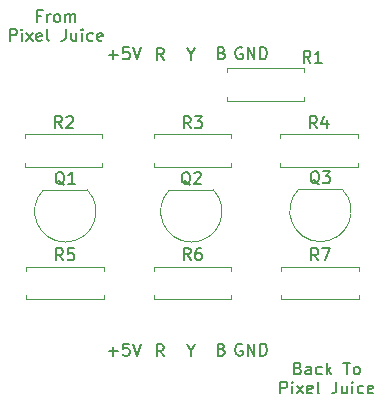
<source format=gbr>
%TF.GenerationSoftware,KiCad,Pcbnew,(6.0.5-0)*%
%TF.CreationDate,2023-04-14T18:12:18+02:00*%
%TF.ProjectId,PixelJuice_TransistorStage,50697865-6c4a-4756-9963-655f5472616e,rev?*%
%TF.SameCoordinates,Original*%
%TF.FileFunction,Legend,Top*%
%TF.FilePolarity,Positive*%
%FSLAX46Y46*%
G04 Gerber Fmt 4.6, Leading zero omitted, Abs format (unit mm)*
G04 Created by KiCad (PCBNEW (6.0.5-0)) date 2023-04-14 18:12:18*
%MOMM*%
%LPD*%
G01*
G04 APERTURE LIST*
%ADD10C,0.150000*%
%ADD11C,0.120000*%
G04 APERTURE END LIST*
D10*
X144959523Y-102202380D02*
X144626190Y-101726190D01*
X144388095Y-102202380D02*
X144388095Y-101202380D01*
X144769047Y-101202380D01*
X144864285Y-101250000D01*
X144911904Y-101297619D01*
X144959523Y-101392857D01*
X144959523Y-101535714D01*
X144911904Y-101630952D01*
X144864285Y-101678571D01*
X144769047Y-101726190D01*
X144388095Y-101726190D01*
X144959523Y-77102380D02*
X144626190Y-76626190D01*
X144388095Y-77102380D02*
X144388095Y-76102380D01*
X144769047Y-76102380D01*
X144864285Y-76150000D01*
X144911904Y-76197619D01*
X144959523Y-76292857D01*
X144959523Y-76435714D01*
X144911904Y-76530952D01*
X144864285Y-76578571D01*
X144769047Y-76626190D01*
X144388095Y-76626190D01*
X151588095Y-101200000D02*
X151492857Y-101152380D01*
X151350000Y-101152380D01*
X151207142Y-101200000D01*
X151111904Y-101295238D01*
X151064285Y-101390476D01*
X151016666Y-101580952D01*
X151016666Y-101723809D01*
X151064285Y-101914285D01*
X151111904Y-102009523D01*
X151207142Y-102104761D01*
X151350000Y-102152380D01*
X151445238Y-102152380D01*
X151588095Y-102104761D01*
X151635714Y-102057142D01*
X151635714Y-101723809D01*
X151445238Y-101723809D01*
X152064285Y-102152380D02*
X152064285Y-101152380D01*
X152635714Y-102152380D01*
X152635714Y-101152380D01*
X153111904Y-102152380D02*
X153111904Y-101152380D01*
X153350000Y-101152380D01*
X153492857Y-101200000D01*
X153588095Y-101295238D01*
X153635714Y-101390476D01*
X153683333Y-101580952D01*
X153683333Y-101723809D01*
X153635714Y-101914285D01*
X153588095Y-102009523D01*
X153492857Y-102104761D01*
X153350000Y-102152380D01*
X153111904Y-102152380D01*
X147250000Y-101726190D02*
X147250000Y-102202380D01*
X146916666Y-101202380D02*
X147250000Y-101726190D01*
X147583333Y-101202380D01*
X147250000Y-76626190D02*
X147250000Y-77102380D01*
X146916666Y-76102380D02*
X147250000Y-76626190D01*
X147583333Y-76102380D01*
X149871428Y-101628571D02*
X150014285Y-101676190D01*
X150061904Y-101723809D01*
X150109523Y-101819047D01*
X150109523Y-101961904D01*
X150061904Y-102057142D01*
X150014285Y-102104761D01*
X149919047Y-102152380D01*
X149538095Y-102152380D01*
X149538095Y-101152380D01*
X149871428Y-101152380D01*
X149966666Y-101200000D01*
X150014285Y-101247619D01*
X150061904Y-101342857D01*
X150061904Y-101438095D01*
X150014285Y-101533333D01*
X149966666Y-101580952D01*
X149871428Y-101628571D01*
X149538095Y-101628571D01*
X140314285Y-101771428D02*
X141076190Y-101771428D01*
X140695238Y-102152380D02*
X140695238Y-101390476D01*
X142028571Y-101152380D02*
X141552380Y-101152380D01*
X141504761Y-101628571D01*
X141552380Y-101580952D01*
X141647619Y-101533333D01*
X141885714Y-101533333D01*
X141980952Y-101580952D01*
X142028571Y-101628571D01*
X142076190Y-101723809D01*
X142076190Y-101961904D01*
X142028571Y-102057142D01*
X141980952Y-102104761D01*
X141885714Y-102152380D01*
X141647619Y-102152380D01*
X141552380Y-102104761D01*
X141504761Y-102057142D01*
X142361904Y-101152380D02*
X142695238Y-102152380D01*
X143028571Y-101152380D01*
X156321428Y-103223571D02*
X156464285Y-103271190D01*
X156511904Y-103318809D01*
X156559523Y-103414047D01*
X156559523Y-103556904D01*
X156511904Y-103652142D01*
X156464285Y-103699761D01*
X156369047Y-103747380D01*
X155988095Y-103747380D01*
X155988095Y-102747380D01*
X156321428Y-102747380D01*
X156416666Y-102795000D01*
X156464285Y-102842619D01*
X156511904Y-102937857D01*
X156511904Y-103033095D01*
X156464285Y-103128333D01*
X156416666Y-103175952D01*
X156321428Y-103223571D01*
X155988095Y-103223571D01*
X157416666Y-103747380D02*
X157416666Y-103223571D01*
X157369047Y-103128333D01*
X157273809Y-103080714D01*
X157083333Y-103080714D01*
X156988095Y-103128333D01*
X157416666Y-103699761D02*
X157321428Y-103747380D01*
X157083333Y-103747380D01*
X156988095Y-103699761D01*
X156940476Y-103604523D01*
X156940476Y-103509285D01*
X156988095Y-103414047D01*
X157083333Y-103366428D01*
X157321428Y-103366428D01*
X157416666Y-103318809D01*
X158321428Y-103699761D02*
X158226190Y-103747380D01*
X158035714Y-103747380D01*
X157940476Y-103699761D01*
X157892857Y-103652142D01*
X157845238Y-103556904D01*
X157845238Y-103271190D01*
X157892857Y-103175952D01*
X157940476Y-103128333D01*
X158035714Y-103080714D01*
X158226190Y-103080714D01*
X158321428Y-103128333D01*
X158750000Y-103747380D02*
X158750000Y-102747380D01*
X158845238Y-103366428D02*
X159130952Y-103747380D01*
X159130952Y-103080714D02*
X158750000Y-103461666D01*
X160178571Y-102747380D02*
X160750000Y-102747380D01*
X160464285Y-103747380D02*
X160464285Y-102747380D01*
X161226190Y-103747380D02*
X161130952Y-103699761D01*
X161083333Y-103652142D01*
X161035714Y-103556904D01*
X161035714Y-103271190D01*
X161083333Y-103175952D01*
X161130952Y-103128333D01*
X161226190Y-103080714D01*
X161369047Y-103080714D01*
X161464285Y-103128333D01*
X161511904Y-103175952D01*
X161559523Y-103271190D01*
X161559523Y-103556904D01*
X161511904Y-103652142D01*
X161464285Y-103699761D01*
X161369047Y-103747380D01*
X161226190Y-103747380D01*
X154845238Y-105357380D02*
X154845238Y-104357380D01*
X155226190Y-104357380D01*
X155321428Y-104405000D01*
X155369047Y-104452619D01*
X155416666Y-104547857D01*
X155416666Y-104690714D01*
X155369047Y-104785952D01*
X155321428Y-104833571D01*
X155226190Y-104881190D01*
X154845238Y-104881190D01*
X155845238Y-105357380D02*
X155845238Y-104690714D01*
X155845238Y-104357380D02*
X155797619Y-104405000D01*
X155845238Y-104452619D01*
X155892857Y-104405000D01*
X155845238Y-104357380D01*
X155845238Y-104452619D01*
X156226190Y-105357380D02*
X156750000Y-104690714D01*
X156226190Y-104690714D02*
X156750000Y-105357380D01*
X157511904Y-105309761D02*
X157416666Y-105357380D01*
X157226190Y-105357380D01*
X157130952Y-105309761D01*
X157083333Y-105214523D01*
X157083333Y-104833571D01*
X157130952Y-104738333D01*
X157226190Y-104690714D01*
X157416666Y-104690714D01*
X157511904Y-104738333D01*
X157559523Y-104833571D01*
X157559523Y-104928809D01*
X157083333Y-105024047D01*
X158130952Y-105357380D02*
X158035714Y-105309761D01*
X157988095Y-105214523D01*
X157988095Y-104357380D01*
X159559523Y-104357380D02*
X159559523Y-105071666D01*
X159511904Y-105214523D01*
X159416666Y-105309761D01*
X159273809Y-105357380D01*
X159178571Y-105357380D01*
X160464285Y-104690714D02*
X160464285Y-105357380D01*
X160035714Y-104690714D02*
X160035714Y-105214523D01*
X160083333Y-105309761D01*
X160178571Y-105357380D01*
X160321428Y-105357380D01*
X160416666Y-105309761D01*
X160464285Y-105262142D01*
X160940476Y-105357380D02*
X160940476Y-104690714D01*
X160940476Y-104357380D02*
X160892857Y-104405000D01*
X160940476Y-104452619D01*
X160988095Y-104405000D01*
X160940476Y-104357380D01*
X160940476Y-104452619D01*
X161845238Y-105309761D02*
X161750000Y-105357380D01*
X161559523Y-105357380D01*
X161464285Y-105309761D01*
X161416666Y-105262142D01*
X161369047Y-105166904D01*
X161369047Y-104881190D01*
X161416666Y-104785952D01*
X161464285Y-104738333D01*
X161559523Y-104690714D01*
X161750000Y-104690714D01*
X161845238Y-104738333D01*
X162654761Y-105309761D02*
X162559523Y-105357380D01*
X162369047Y-105357380D01*
X162273809Y-105309761D01*
X162226190Y-105214523D01*
X162226190Y-104833571D01*
X162273809Y-104738333D01*
X162369047Y-104690714D01*
X162559523Y-104690714D01*
X162654761Y-104738333D01*
X162702380Y-104833571D01*
X162702380Y-104928809D01*
X162226190Y-105024047D01*
X134564285Y-73373571D02*
X134230952Y-73373571D01*
X134230952Y-73897380D02*
X134230952Y-72897380D01*
X134707142Y-72897380D01*
X135088095Y-73897380D02*
X135088095Y-73230714D01*
X135088095Y-73421190D02*
X135135714Y-73325952D01*
X135183333Y-73278333D01*
X135278571Y-73230714D01*
X135373809Y-73230714D01*
X135850000Y-73897380D02*
X135754761Y-73849761D01*
X135707142Y-73802142D01*
X135659523Y-73706904D01*
X135659523Y-73421190D01*
X135707142Y-73325952D01*
X135754761Y-73278333D01*
X135850000Y-73230714D01*
X135992857Y-73230714D01*
X136088095Y-73278333D01*
X136135714Y-73325952D01*
X136183333Y-73421190D01*
X136183333Y-73706904D01*
X136135714Y-73802142D01*
X136088095Y-73849761D01*
X135992857Y-73897380D01*
X135850000Y-73897380D01*
X136611904Y-73897380D02*
X136611904Y-73230714D01*
X136611904Y-73325952D02*
X136659523Y-73278333D01*
X136754761Y-73230714D01*
X136897619Y-73230714D01*
X136992857Y-73278333D01*
X137040476Y-73373571D01*
X137040476Y-73897380D01*
X137040476Y-73373571D02*
X137088095Y-73278333D01*
X137183333Y-73230714D01*
X137326190Y-73230714D01*
X137421428Y-73278333D01*
X137469047Y-73373571D01*
X137469047Y-73897380D01*
X131945238Y-75507380D02*
X131945238Y-74507380D01*
X132326190Y-74507380D01*
X132421428Y-74555000D01*
X132469047Y-74602619D01*
X132516666Y-74697857D01*
X132516666Y-74840714D01*
X132469047Y-74935952D01*
X132421428Y-74983571D01*
X132326190Y-75031190D01*
X131945238Y-75031190D01*
X132945238Y-75507380D02*
X132945238Y-74840714D01*
X132945238Y-74507380D02*
X132897619Y-74555000D01*
X132945238Y-74602619D01*
X132992857Y-74555000D01*
X132945238Y-74507380D01*
X132945238Y-74602619D01*
X133326190Y-75507380D02*
X133850000Y-74840714D01*
X133326190Y-74840714D02*
X133850000Y-75507380D01*
X134611904Y-75459761D02*
X134516666Y-75507380D01*
X134326190Y-75507380D01*
X134230952Y-75459761D01*
X134183333Y-75364523D01*
X134183333Y-74983571D01*
X134230952Y-74888333D01*
X134326190Y-74840714D01*
X134516666Y-74840714D01*
X134611904Y-74888333D01*
X134659523Y-74983571D01*
X134659523Y-75078809D01*
X134183333Y-75174047D01*
X135230952Y-75507380D02*
X135135714Y-75459761D01*
X135088095Y-75364523D01*
X135088095Y-74507380D01*
X136659523Y-74507380D02*
X136659523Y-75221666D01*
X136611904Y-75364523D01*
X136516666Y-75459761D01*
X136373809Y-75507380D01*
X136278571Y-75507380D01*
X137564285Y-74840714D02*
X137564285Y-75507380D01*
X137135714Y-74840714D02*
X137135714Y-75364523D01*
X137183333Y-75459761D01*
X137278571Y-75507380D01*
X137421428Y-75507380D01*
X137516666Y-75459761D01*
X137564285Y-75412142D01*
X138040476Y-75507380D02*
X138040476Y-74840714D01*
X138040476Y-74507380D02*
X137992857Y-74555000D01*
X138040476Y-74602619D01*
X138088095Y-74555000D01*
X138040476Y-74507380D01*
X138040476Y-74602619D01*
X138945238Y-75459761D02*
X138850000Y-75507380D01*
X138659523Y-75507380D01*
X138564285Y-75459761D01*
X138516666Y-75412142D01*
X138469047Y-75316904D01*
X138469047Y-75031190D01*
X138516666Y-74935952D01*
X138564285Y-74888333D01*
X138659523Y-74840714D01*
X138850000Y-74840714D01*
X138945238Y-74888333D01*
X139754761Y-75459761D02*
X139659523Y-75507380D01*
X139469047Y-75507380D01*
X139373809Y-75459761D01*
X139326190Y-75364523D01*
X139326190Y-74983571D01*
X139373809Y-74888333D01*
X139469047Y-74840714D01*
X139659523Y-74840714D01*
X139754761Y-74888333D01*
X139802380Y-74983571D01*
X139802380Y-75078809D01*
X139326190Y-75174047D01*
X151588095Y-76100000D02*
X151492857Y-76052380D01*
X151350000Y-76052380D01*
X151207142Y-76100000D01*
X151111904Y-76195238D01*
X151064285Y-76290476D01*
X151016666Y-76480952D01*
X151016666Y-76623809D01*
X151064285Y-76814285D01*
X151111904Y-76909523D01*
X151207142Y-77004761D01*
X151350000Y-77052380D01*
X151445238Y-77052380D01*
X151588095Y-77004761D01*
X151635714Y-76957142D01*
X151635714Y-76623809D01*
X151445238Y-76623809D01*
X152064285Y-77052380D02*
X152064285Y-76052380D01*
X152635714Y-77052380D01*
X152635714Y-76052380D01*
X153111904Y-77052380D02*
X153111904Y-76052380D01*
X153350000Y-76052380D01*
X153492857Y-76100000D01*
X153588095Y-76195238D01*
X153635714Y-76290476D01*
X153683333Y-76480952D01*
X153683333Y-76623809D01*
X153635714Y-76814285D01*
X153588095Y-76909523D01*
X153492857Y-77004761D01*
X153350000Y-77052380D01*
X153111904Y-77052380D01*
X140314285Y-76671428D02*
X141076190Y-76671428D01*
X140695238Y-77052380D02*
X140695238Y-76290476D01*
X142028571Y-76052380D02*
X141552380Y-76052380D01*
X141504761Y-76528571D01*
X141552380Y-76480952D01*
X141647619Y-76433333D01*
X141885714Y-76433333D01*
X141980952Y-76480952D01*
X142028571Y-76528571D01*
X142076190Y-76623809D01*
X142076190Y-76861904D01*
X142028571Y-76957142D01*
X141980952Y-77004761D01*
X141885714Y-77052380D01*
X141647619Y-77052380D01*
X141552380Y-77004761D01*
X141504761Y-76957142D01*
X142361904Y-76052380D02*
X142695238Y-77052380D01*
X143028571Y-76052380D01*
X149871428Y-76528571D02*
X150014285Y-76576190D01*
X150061904Y-76623809D01*
X150109523Y-76719047D01*
X150109523Y-76861904D01*
X150061904Y-76957142D01*
X150014285Y-77004761D01*
X149919047Y-77052380D01*
X149538095Y-77052380D01*
X149538095Y-76052380D01*
X149871428Y-76052380D01*
X149966666Y-76100000D01*
X150014285Y-76147619D01*
X150061904Y-76242857D01*
X150061904Y-76338095D01*
X150014285Y-76433333D01*
X149966666Y-76480952D01*
X149871428Y-76528571D01*
X149538095Y-76528571D01*
%TO.C,R5*%
X136433333Y-94082380D02*
X136100000Y-93606190D01*
X135861904Y-94082380D02*
X135861904Y-93082380D01*
X136242857Y-93082380D01*
X136338095Y-93130000D01*
X136385714Y-93177619D01*
X136433333Y-93272857D01*
X136433333Y-93415714D01*
X136385714Y-93510952D01*
X136338095Y-93558571D01*
X136242857Y-93606190D01*
X135861904Y-93606190D01*
X137338095Y-93082380D02*
X136861904Y-93082380D01*
X136814285Y-93558571D01*
X136861904Y-93510952D01*
X136957142Y-93463333D01*
X137195238Y-93463333D01*
X137290476Y-93510952D01*
X137338095Y-93558571D01*
X137385714Y-93653809D01*
X137385714Y-93891904D01*
X137338095Y-93987142D01*
X137290476Y-94034761D01*
X137195238Y-94082380D01*
X136957142Y-94082380D01*
X136861904Y-94034761D01*
X136814285Y-93987142D01*
%TO.C,R7*%
X158033333Y-94082380D02*
X157700000Y-93606190D01*
X157461904Y-94082380D02*
X157461904Y-93082380D01*
X157842857Y-93082380D01*
X157938095Y-93130000D01*
X157985714Y-93177619D01*
X158033333Y-93272857D01*
X158033333Y-93415714D01*
X157985714Y-93510952D01*
X157938095Y-93558571D01*
X157842857Y-93606190D01*
X157461904Y-93606190D01*
X158366666Y-93082380D02*
X159033333Y-93082380D01*
X158604761Y-94082380D01*
%TO.C,R4*%
X157933333Y-82902380D02*
X157600000Y-82426190D01*
X157361904Y-82902380D02*
X157361904Y-81902380D01*
X157742857Y-81902380D01*
X157838095Y-81950000D01*
X157885714Y-81997619D01*
X157933333Y-82092857D01*
X157933333Y-82235714D01*
X157885714Y-82330952D01*
X157838095Y-82378571D01*
X157742857Y-82426190D01*
X157361904Y-82426190D01*
X158790476Y-82235714D02*
X158790476Y-82902380D01*
X158552380Y-81854761D02*
X158314285Y-82569047D01*
X158933333Y-82569047D01*
%TO.C,R3*%
X147233333Y-82902380D02*
X146900000Y-82426190D01*
X146661904Y-82902380D02*
X146661904Y-81902380D01*
X147042857Y-81902380D01*
X147138095Y-81950000D01*
X147185714Y-81997619D01*
X147233333Y-82092857D01*
X147233333Y-82235714D01*
X147185714Y-82330952D01*
X147138095Y-82378571D01*
X147042857Y-82426190D01*
X146661904Y-82426190D01*
X147566666Y-81902380D02*
X148185714Y-81902380D01*
X147852380Y-82283333D01*
X147995238Y-82283333D01*
X148090476Y-82330952D01*
X148138095Y-82378571D01*
X148185714Y-82473809D01*
X148185714Y-82711904D01*
X148138095Y-82807142D01*
X148090476Y-82854761D01*
X147995238Y-82902380D01*
X147709523Y-82902380D01*
X147614285Y-82854761D01*
X147566666Y-82807142D01*
%TO.C,Q2*%
X147204761Y-87697619D02*
X147109523Y-87650000D01*
X147014285Y-87554761D01*
X146871428Y-87411904D01*
X146776190Y-87364285D01*
X146680952Y-87364285D01*
X146728571Y-87602380D02*
X146633333Y-87554761D01*
X146538095Y-87459523D01*
X146490476Y-87269047D01*
X146490476Y-86935714D01*
X146538095Y-86745238D01*
X146633333Y-86650000D01*
X146728571Y-86602380D01*
X146919047Y-86602380D01*
X147014285Y-86650000D01*
X147109523Y-86745238D01*
X147157142Y-86935714D01*
X147157142Y-87269047D01*
X147109523Y-87459523D01*
X147014285Y-87554761D01*
X146919047Y-87602380D01*
X146728571Y-87602380D01*
X147538095Y-86697619D02*
X147585714Y-86650000D01*
X147680952Y-86602380D01*
X147919047Y-86602380D01*
X148014285Y-86650000D01*
X148061904Y-86697619D01*
X148109523Y-86792857D01*
X148109523Y-86888095D01*
X148061904Y-87030952D01*
X147490476Y-87602380D01*
X148109523Y-87602380D01*
%TO.C,R2*%
X136333333Y-82882380D02*
X136000000Y-82406190D01*
X135761904Y-82882380D02*
X135761904Y-81882380D01*
X136142857Y-81882380D01*
X136238095Y-81930000D01*
X136285714Y-81977619D01*
X136333333Y-82072857D01*
X136333333Y-82215714D01*
X136285714Y-82310952D01*
X136238095Y-82358571D01*
X136142857Y-82406190D01*
X135761904Y-82406190D01*
X136714285Y-81977619D02*
X136761904Y-81930000D01*
X136857142Y-81882380D01*
X137095238Y-81882380D01*
X137190476Y-81930000D01*
X137238095Y-81977619D01*
X137285714Y-82072857D01*
X137285714Y-82168095D01*
X137238095Y-82310952D01*
X136666666Y-82882380D01*
X137285714Y-82882380D01*
%TO.C,R6*%
X147233333Y-94052380D02*
X146900000Y-93576190D01*
X146661904Y-94052380D02*
X146661904Y-93052380D01*
X147042857Y-93052380D01*
X147138095Y-93100000D01*
X147185714Y-93147619D01*
X147233333Y-93242857D01*
X147233333Y-93385714D01*
X147185714Y-93480952D01*
X147138095Y-93528571D01*
X147042857Y-93576190D01*
X146661904Y-93576190D01*
X148090476Y-93052380D02*
X147900000Y-93052380D01*
X147804761Y-93100000D01*
X147757142Y-93147619D01*
X147661904Y-93290476D01*
X147614285Y-93480952D01*
X147614285Y-93861904D01*
X147661904Y-93957142D01*
X147709523Y-94004761D01*
X147804761Y-94052380D01*
X147995238Y-94052380D01*
X148090476Y-94004761D01*
X148138095Y-93957142D01*
X148185714Y-93861904D01*
X148185714Y-93623809D01*
X148138095Y-93528571D01*
X148090476Y-93480952D01*
X147995238Y-93433333D01*
X147804761Y-93433333D01*
X147709523Y-93480952D01*
X147661904Y-93528571D01*
X147614285Y-93623809D01*
%TO.C,Q3*%
X158134761Y-87647619D02*
X158039523Y-87600000D01*
X157944285Y-87504761D01*
X157801428Y-87361904D01*
X157706190Y-87314285D01*
X157610952Y-87314285D01*
X157658571Y-87552380D02*
X157563333Y-87504761D01*
X157468095Y-87409523D01*
X157420476Y-87219047D01*
X157420476Y-86885714D01*
X157468095Y-86695238D01*
X157563333Y-86600000D01*
X157658571Y-86552380D01*
X157849047Y-86552380D01*
X157944285Y-86600000D01*
X158039523Y-86695238D01*
X158087142Y-86885714D01*
X158087142Y-87219047D01*
X158039523Y-87409523D01*
X157944285Y-87504761D01*
X157849047Y-87552380D01*
X157658571Y-87552380D01*
X158420476Y-86552380D02*
X159039523Y-86552380D01*
X158706190Y-86933333D01*
X158849047Y-86933333D01*
X158944285Y-86980952D01*
X158991904Y-87028571D01*
X159039523Y-87123809D01*
X159039523Y-87361904D01*
X158991904Y-87457142D01*
X158944285Y-87504761D01*
X158849047Y-87552380D01*
X158563333Y-87552380D01*
X158468095Y-87504761D01*
X158420476Y-87457142D01*
%TO.C,R1*%
X157383333Y-77352380D02*
X157050000Y-76876190D01*
X156811904Y-77352380D02*
X156811904Y-76352380D01*
X157192857Y-76352380D01*
X157288095Y-76400000D01*
X157335714Y-76447619D01*
X157383333Y-76542857D01*
X157383333Y-76685714D01*
X157335714Y-76780952D01*
X157288095Y-76828571D01*
X157192857Y-76876190D01*
X156811904Y-76876190D01*
X158335714Y-77352380D02*
X157764285Y-77352380D01*
X158050000Y-77352380D02*
X158050000Y-76352380D01*
X157954761Y-76495238D01*
X157859523Y-76590476D01*
X157764285Y-76638095D01*
%TO.C,Q1*%
X136534761Y-87697619D02*
X136439523Y-87650000D01*
X136344285Y-87554761D01*
X136201428Y-87411904D01*
X136106190Y-87364285D01*
X136010952Y-87364285D01*
X136058571Y-87602380D02*
X135963333Y-87554761D01*
X135868095Y-87459523D01*
X135820476Y-87269047D01*
X135820476Y-86935714D01*
X135868095Y-86745238D01*
X135963333Y-86650000D01*
X136058571Y-86602380D01*
X136249047Y-86602380D01*
X136344285Y-86650000D01*
X136439523Y-86745238D01*
X136487142Y-86935714D01*
X136487142Y-87269047D01*
X136439523Y-87459523D01*
X136344285Y-87554761D01*
X136249047Y-87602380D01*
X136058571Y-87602380D01*
X137439523Y-87602380D02*
X136868095Y-87602380D01*
X137153809Y-87602380D02*
X137153809Y-86602380D01*
X137058571Y-86745238D01*
X136963333Y-86840476D01*
X136868095Y-86888095D01*
D11*
%TO.C,R5*%
X139870000Y-97370000D02*
X139870000Y-97040000D01*
X139870000Y-94630000D02*
X139870000Y-94960000D01*
X133330000Y-94630000D02*
X139870000Y-94630000D01*
X133330000Y-97040000D02*
X133330000Y-97370000D01*
X133330000Y-97370000D02*
X139870000Y-97370000D01*
X133330000Y-94960000D02*
X133330000Y-94630000D01*
%TO.C,R7*%
X154930000Y-94630000D02*
X161470000Y-94630000D01*
X154930000Y-97370000D02*
X161470000Y-97370000D01*
X161470000Y-94630000D02*
X161470000Y-94960000D01*
X154930000Y-94960000D02*
X154930000Y-94630000D01*
X154930000Y-97040000D02*
X154930000Y-97370000D01*
X161470000Y-97370000D02*
X161470000Y-97040000D01*
%TO.C,R4*%
X154830000Y-83430000D02*
X154830000Y-83760000D01*
X161370000Y-83760000D02*
X161370000Y-83430000D01*
X161370000Y-83430000D02*
X154830000Y-83430000D01*
X161370000Y-86170000D02*
X154830000Y-86170000D01*
X161370000Y-85840000D02*
X161370000Y-86170000D01*
X154830000Y-86170000D02*
X154830000Y-85840000D01*
%TO.C,R3*%
X150670000Y-83760000D02*
X150670000Y-83430000D01*
X150670000Y-85840000D02*
X150670000Y-86170000D01*
X150670000Y-83430000D02*
X144130000Y-83430000D01*
X150670000Y-86170000D02*
X144130000Y-86170000D01*
X144130000Y-86170000D02*
X144130000Y-85840000D01*
X144130000Y-83430000D02*
X144130000Y-83760000D01*
%TO.C,Q2*%
X149100000Y-88090000D02*
X145500000Y-88090000D01*
X147300000Y-92540001D02*
G75*
G03*
X149138478Y-88101522I0J2600001D01*
G01*
X145461522Y-88101522D02*
G75*
G03*
X147300000Y-92540000I1838478J-1838478D01*
G01*
%TO.C,R2*%
X133230000Y-85840000D02*
X133230000Y-86170000D01*
X139770000Y-83430000D02*
X139770000Y-83760000D01*
X133230000Y-83760000D02*
X133230000Y-83430000D01*
X133230000Y-86170000D02*
X139770000Y-86170000D01*
X139770000Y-86170000D02*
X139770000Y-85840000D01*
X133230000Y-83430000D02*
X139770000Y-83430000D01*
%TO.C,R6*%
X144130000Y-94630000D02*
X144130000Y-94960000D01*
X150670000Y-97040000D02*
X150670000Y-97370000D01*
X150670000Y-94960000D02*
X150670000Y-94630000D01*
X150670000Y-94630000D02*
X144130000Y-94630000D01*
X150670000Y-97370000D02*
X144130000Y-97370000D01*
X144130000Y-97370000D02*
X144130000Y-97040000D01*
%TO.C,Q3*%
X160030000Y-88050000D02*
X156430000Y-88050000D01*
X158230000Y-92500001D02*
G75*
G03*
X160068478Y-88061522I0J2600001D01*
G01*
X156391522Y-88061522D02*
G75*
G03*
X158230000Y-92500000I1838478J-1838478D01*
G01*
%TO.C,R1*%
X156820000Y-77830000D02*
X150280000Y-77830000D01*
X156820000Y-80240000D02*
X156820000Y-80570000D01*
X156820000Y-78160000D02*
X156820000Y-77830000D01*
X150280000Y-80570000D02*
X150280000Y-80240000D01*
X156820000Y-80570000D02*
X150280000Y-80570000D01*
X150280000Y-77830000D02*
X150280000Y-78160000D01*
%TO.C,Q1*%
X138430000Y-88090000D02*
X134830000Y-88090000D01*
X136630000Y-92540001D02*
G75*
G03*
X138468478Y-88101522I0J2600001D01*
G01*
X134791522Y-88101522D02*
G75*
G03*
X136630000Y-92540000I1838478J-1838478D01*
G01*
%TD*%
M02*

</source>
